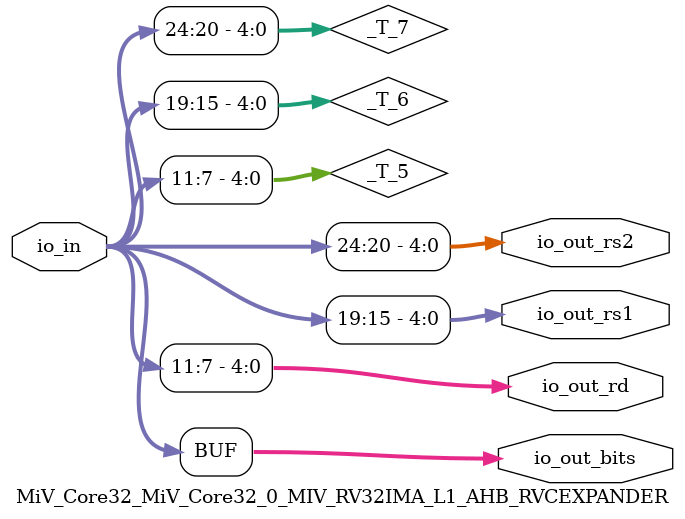
<source format=v>
`ifndef RANDOMIZE_REG_INIT 
	 `define RANDOMIZE_REG_INIT 
 `endif
`ifndef RANDOMIZE_MEM_INIT 
	 `define RANDOMIZE_MEM_INIT 
 `endif
`ifndef RANDOMIZE 
	 `define RANDOMIZE 
`endif

`timescale 1ns/10ps
module MiV_Core32_MiV_Core32_0_MIV_RV32IMA_L1_AHB_RVCEXPANDER( // @[:freechips.rocketchip.system.MivRV32ImaL1AhbConfig.fir@107209.2]
  input  [31:0] io_in, // @[:freechips.rocketchip.system.MivRV32ImaL1AhbConfig.fir@107212.4]
  output [31:0] io_out_bits, // @[:freechips.rocketchip.system.MivRV32ImaL1AhbConfig.fir@107212.4]
  output [4:0]  io_out_rd, // @[:freechips.rocketchip.system.MivRV32ImaL1AhbConfig.fir@107212.4]
  output [4:0]  io_out_rs1, // @[:freechips.rocketchip.system.MivRV32ImaL1AhbConfig.fir@107212.4]
  output [4:0]  io_out_rs2 // @[:freechips.rocketchip.system.MivRV32ImaL1AhbConfig.fir@107212.4]
);
  wire [4:0] _T_5; // @[RVC.scala 20:36:freechips.rocketchip.system.MivRV32ImaL1AhbConfig.fir@107218.4]
  wire [4:0] _T_6; // @[RVC.scala 20:57:freechips.rocketchip.system.MivRV32ImaL1AhbConfig.fir@107219.4]
  wire [4:0] _T_7; // @[RVC.scala 20:79:freechips.rocketchip.system.MivRV32ImaL1AhbConfig.fir@107220.4]
  assign _T_5 = io_in[11:7]; // @[RVC.scala 20:36:freechips.rocketchip.system.MivRV32ImaL1AhbConfig.fir@107218.4]
  assign _T_6 = io_in[19:15]; // @[RVC.scala 20:57:freechips.rocketchip.system.MivRV32ImaL1AhbConfig.fir@107219.4]
  assign _T_7 = io_in[24:20]; // @[RVC.scala 20:79:freechips.rocketchip.system.MivRV32ImaL1AhbConfig.fir@107220.4]
  assign io_out_bits = io_in;
  assign io_out_rd = _T_5;
  assign io_out_rs1 = _T_6;
  assign io_out_rs2 = _T_7;
endmodule

</source>
